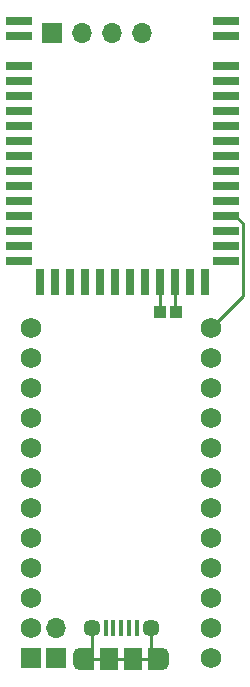
<source format=gbr>
G04 #@! TF.GenerationSoftware,KiCad,Pcbnew,(5.0.0)*
G04 #@! TF.CreationDate,2019-09-30T14:37:48-06:00*
G04 #@! TF.ProjectId,BlueMicro,426C75654D6963726F2E6B696361645F,rev?*
G04 #@! TF.SameCoordinates,Original*
G04 #@! TF.FileFunction,Copper,L1,Top,Signal*
G04 #@! TF.FilePolarity,Positive*
%FSLAX46Y46*%
G04 Gerber Fmt 4.6, Leading zero omitted, Abs format (unit mm)*
G04 Created by KiCad (PCBNEW (5.0.0)) date 09/30/19 14:37:48*
%MOMM*%
%LPD*%
G01*
G04 APERTURE LIST*
G04 #@! TA.AperFunction,ComponentPad*
%ADD10R,1.700000X1.700000*%
G04 #@! TD*
G04 #@! TA.AperFunction,ComponentPad*
%ADD11O,1.700000X1.700000*%
G04 #@! TD*
G04 #@! TA.AperFunction,SMDPad,CuDef*
%ADD12R,1.500000X1.900000*%
G04 #@! TD*
G04 #@! TA.AperFunction,ComponentPad*
%ADD13C,1.450000*%
G04 #@! TD*
G04 #@! TA.AperFunction,SMDPad,CuDef*
%ADD14R,0.400000X1.350000*%
G04 #@! TD*
G04 #@! TA.AperFunction,ComponentPad*
%ADD15O,1.200000X1.900000*%
G04 #@! TD*
G04 #@! TA.AperFunction,SMDPad,CuDef*
%ADD16R,1.200000X1.900000*%
G04 #@! TD*
G04 #@! TA.AperFunction,SMDPad,CuDef*
%ADD17R,0.720000X2.200000*%
G04 #@! TD*
G04 #@! TA.AperFunction,SMDPad,CuDef*
%ADD18R,2.200000X0.720000*%
G04 #@! TD*
G04 #@! TA.AperFunction,ComponentPad*
%ADD19R,1.752600X1.752600*%
G04 #@! TD*
G04 #@! TA.AperFunction,ComponentPad*
%ADD20C,1.752600*%
G04 #@! TD*
G04 #@! TA.AperFunction,SMDPad,CuDef*
%ADD21R,1.000000X1.000000*%
G04 #@! TD*
G04 #@! TA.AperFunction,Conductor*
%ADD22C,0.250000*%
G04 #@! TD*
G04 APERTURE END LIST*
D10*
G04 #@! TO.P,J9,1*
G04 #@! TO.N,VCC*
X72263000Y-53467000D03*
D11*
G04 #@! TO.P,J9,2*
G04 #@! TO.N,GND*
X74803000Y-53467000D03*
G04 #@! TO.P,J9,3*
G04 #@! TO.N,SWDCLK*
X77343000Y-53467000D03*
G04 #@! TO.P,J9,4*
G04 #@! TO.N,SWDIO*
X79883000Y-53467000D03*
G04 #@! TD*
D10*
G04 #@! TO.P,J10,1*
G04 #@! TO.N,VBATT*
X72644000Y-106426000D03*
D11*
G04 #@! TO.P,J10,2*
G04 #@! TO.N,GND*
X72644000Y-103886000D03*
G04 #@! TD*
D12*
G04 #@! TO.P,J17,6*
G04 #@! TO.N,Net-(J17-Pad6)*
X79121000Y-106520500D03*
D13*
X75621000Y-103820500D03*
D14*
G04 #@! TO.P,J17,2*
G04 #@! TO.N,Net-(J17-Pad2)*
X77471000Y-103820500D03*
G04 #@! TO.P,J17,1*
G04 #@! TO.N,VBUS*
X76821000Y-103820500D03*
G04 #@! TO.P,J17,5*
G04 #@! TO.N,GND*
X79421000Y-103820500D03*
G04 #@! TO.P,J17,4*
G04 #@! TO.N,Net-(J17-Pad4)*
X78771000Y-103820500D03*
G04 #@! TO.P,J17,3*
G04 #@! TO.N,Net-(J17-Pad3)*
X78121000Y-103820500D03*
D13*
G04 #@! TO.P,J17,6*
G04 #@! TO.N,Net-(J17-Pad6)*
X80621000Y-103820500D03*
D12*
X77121000Y-106520500D03*
D15*
X74621000Y-106520500D03*
X81621000Y-106520500D03*
D16*
X81021000Y-106520500D03*
X75221000Y-106520500D03*
G04 #@! TD*
D17*
G04 #@! TO.P,U1,27*
G04 #@! TO.N,B1*
X85217000Y-74549000D03*
G04 #@! TO.P,U1,26*
G04 #@! TO.N,B6*
X83947000Y-74549000D03*
G04 #@! TO.P,U1,25*
G04 #@! TO.N,NFC2*
X82677000Y-74549000D03*
G04 #@! TO.P,U1,24*
G04 #@! TO.N,NFC1*
X81407000Y-74549000D03*
G04 #@! TO.P,U1,23*
G04 #@! TO.N,RXD*
X80137000Y-74549000D03*
G04 #@! TO.P,U1,22*
G04 #@! TO.N,D2*
X78867000Y-74549000D03*
G04 #@! TO.P,U1,21*
G04 #@! TO.N,TXD*
X77597000Y-74549000D03*
G04 #@! TO.P,U1,20*
G04 #@! TO.N,F4*
X76327000Y-74549000D03*
G04 #@! TO.P,U1,19*
G04 #@! TO.N,F5*
X75057000Y-74549000D03*
G04 #@! TO.P,U1,18*
G04 #@! TO.N,F6*
X73787000Y-74549000D03*
G04 #@! TO.P,U1,17*
G04 #@! TO.N,F7*
X72517000Y-74549000D03*
G04 #@! TO.P,U1,16*
G04 #@! TO.N,VCC*
X71247000Y-74549000D03*
D18*
G04 #@! TO.P,U1,28*
G04 #@! TO.N,B2*
X86995000Y-72771000D03*
G04 #@! TO.P,U1,29*
G04 #@! TO.N,B3*
X86995000Y-71501000D03*
G04 #@! TO.P,U1,30*
G04 #@! TO.N,B4*
X86995000Y-70231000D03*
G04 #@! TO.P,U1,31*
G04 #@! TO.N,B5*
X86995000Y-68961000D03*
G04 #@! TO.P,U1,32*
G04 #@! TO.N,REDLED*
X86995000Y-67691000D03*
G04 #@! TO.P,U1,33*
G04 #@! TO.N,D3*
X86995000Y-66421000D03*
G04 #@! TO.P,U1,34*
G04 #@! TO.N,BLUELED*
X86995000Y-65151000D03*
G04 #@! TO.P,U1,35*
G04 #@! TO.N,DFU*
X86995000Y-63881000D03*
G04 #@! TO.P,U1,36*
G04 #@! TO.N,RESET*
X86995000Y-62611000D03*
G04 #@! TO.P,U1,37*
G04 #@! TO.N,SWDCLK*
X86995000Y-61341000D03*
G04 #@! TO.P,U1,38*
G04 #@! TO.N,SWDIO*
X86995000Y-60071000D03*
G04 #@! TO.P,U1,39*
G04 #@! TO.N,FACTORYRESET*
X86995000Y-58801000D03*
G04 #@! TO.P,U1,40*
G04 #@! TO.N,P0.23*
X86995000Y-57531000D03*
G04 #@! TO.P,U1,41*
G04 #@! TO.N,P0.24*
X86995000Y-56261000D03*
G04 #@! TO.P,U1,42*
G04 #@! TO.N,GND*
X86995000Y-53721000D03*
G04 #@! TO.P,U1,43*
X86995000Y-52451000D03*
G04 #@! TO.P,U1,0*
X69469000Y-52451000D03*
G04 #@! TO.P,U1,1*
X69469000Y-53721000D03*
G04 #@! TO.P,U1,2*
X69469000Y-56261000D03*
G04 #@! TO.P,U1,3*
G04 #@! TO.N,Net-(U1-Pad3)*
X69469000Y-57531000D03*
G04 #@! TO.P,U1,4*
G04 #@! TO.N,Net-(C4-Pad1)*
X69469000Y-58801000D03*
G04 #@! TO.P,U1,5*
G04 #@! TO.N,D1*
X69469000Y-60071000D03*
G04 #@! TO.P,U1,6*
G04 #@! TO.N,D0*
X69469000Y-61341000D03*
G04 #@! TO.P,U1,7*
G04 #@! TO.N,D4*
X69469000Y-62611000D03*
G04 #@! TO.P,U1,8*
G04 #@! TO.N,C6*
X69469000Y-63881000D03*
G04 #@! TO.P,U1,9*
G04 #@! TO.N,D7*
X69469000Y-65151000D03*
G04 #@! TO.P,U1,10*
G04 #@! TO.N,E6*
X69469000Y-66421000D03*
G04 #@! TO.P,U1,11*
G04 #@! TO.N,Net-(C14-Pad1)*
X69469000Y-67691000D03*
G04 #@! TO.P,U1,12*
G04 #@! TO.N,Net-(C1-Pad1)*
X69469000Y-68961000D03*
G04 #@! TO.P,U1,13*
G04 #@! TO.N,Net-(L1-Pad2)*
X69469000Y-70231000D03*
G04 #@! TO.P,U1,14*
G04 #@! TO.N,Net-(C2-Pad1)*
X69469000Y-71501000D03*
G04 #@! TO.P,U1,15*
G04 #@! TO.N,GND*
X69469000Y-72771000D03*
G04 #@! TD*
D19*
G04 #@! TO.P,U5,1*
G04 #@! TO.N,Net-(U5-Pad1)*
X70485000Y-106426000D03*
D20*
G04 #@! TO.P,U5,2*
G04 #@! TO.N,GND*
X70485000Y-103886000D03*
G04 #@! TO.P,U5,3*
G04 #@! TO.N,RESET*
X70485000Y-101346000D03*
G04 #@! TO.P,U5,4*
G04 #@! TO.N,VCC*
X70485000Y-98806000D03*
G04 #@! TO.P,U5,5*
G04 #@! TO.N,F4*
X70485000Y-96266000D03*
G04 #@! TO.P,U5,6*
G04 #@! TO.N,F5*
X70485000Y-93726000D03*
G04 #@! TO.P,U5,7*
G04 #@! TO.N,F6*
X70485000Y-91186000D03*
G04 #@! TO.P,U5,8*
G04 #@! TO.N,F7*
X70485000Y-88646000D03*
G04 #@! TO.P,U5,9*
G04 #@! TO.N,B1*
X70485000Y-86106000D03*
G04 #@! TO.P,U5,10*
G04 #@! TO.N,B3*
X70485000Y-83566000D03*
G04 #@! TO.P,U5,11*
G04 #@! TO.N,B2*
X70485000Y-81026000D03*
G04 #@! TO.P,U5,12*
G04 #@! TO.N,B6*
X70485000Y-78486000D03*
G04 #@! TO.P,U5,24*
G04 #@! TO.N,B5*
X85725000Y-78486000D03*
G04 #@! TO.P,U5,23*
G04 #@! TO.N,B4*
X85725000Y-81026000D03*
G04 #@! TO.P,U5,22*
G04 #@! TO.N,E6*
X85725000Y-83566000D03*
G04 #@! TO.P,U5,21*
G04 #@! TO.N,D7*
X85725000Y-86106000D03*
G04 #@! TO.P,U5,20*
G04 #@! TO.N,C6*
X85725000Y-88646000D03*
G04 #@! TO.P,U5,19*
G04 #@! TO.N,D4*
X85725000Y-91186000D03*
G04 #@! TO.P,U5,18*
G04 #@! TO.N,D0*
X85725000Y-93726000D03*
G04 #@! TO.P,U5,17*
G04 #@! TO.N,D1*
X85725000Y-96266000D03*
G04 #@! TO.P,U5,16*
G04 #@! TO.N,GND*
X85725000Y-98806000D03*
G04 #@! TO.P,U5,15*
X85725000Y-101346000D03*
G04 #@! TO.P,U5,14*
G04 #@! TO.N,D2*
X85725000Y-103886000D03*
G04 #@! TO.P,U5,13*
G04 #@! TO.N,D3*
X85725000Y-106426000D03*
G04 #@! TD*
D21*
G04 #@! TO.P,TP5,1*
G04 #@! TO.N,NFC1*
X81407000Y-77089000D03*
G04 #@! TD*
G04 #@! TO.P,TP6,1*
G04 #@! TO.N,NFC2*
X82804000Y-77089000D03*
G04 #@! TD*
D22*
G04 #@! TO.N,Net-(J17-Pad6)*
X75471000Y-106520500D02*
X74621000Y-106520500D01*
X75621000Y-106370500D02*
X75471000Y-106520500D01*
X75621000Y-103820500D02*
X75621000Y-106370500D01*
X81021000Y-106520500D02*
X79121000Y-106520500D01*
X79121000Y-106520500D02*
X77121000Y-106520500D01*
X77121000Y-106520500D02*
X75221000Y-106520500D01*
X80621000Y-106120500D02*
X81021000Y-106520500D01*
X80621000Y-103820500D02*
X80621000Y-106120500D01*
G04 #@! TO.N,NFC1*
X81407000Y-75899000D02*
X81407000Y-74549000D01*
X81407000Y-75899000D02*
X81407000Y-77089000D01*
G04 #@! TO.N,NFC2*
X82804000Y-74676000D02*
X82677000Y-74549000D01*
X82677000Y-76962000D02*
X82804000Y-77089000D01*
X82677000Y-74549000D02*
X82677000Y-76962000D01*
G04 #@! TO.N,B5*
X86601299Y-77609701D02*
X85725000Y-78486000D01*
X88420001Y-69610999D02*
X88420001Y-75790999D01*
X87770002Y-68961000D02*
X88420001Y-69610999D01*
X86995000Y-68961000D02*
X87770002Y-68961000D01*
X88420001Y-75790999D02*
X86601299Y-77609701D01*
G04 #@! TD*
M02*

</source>
